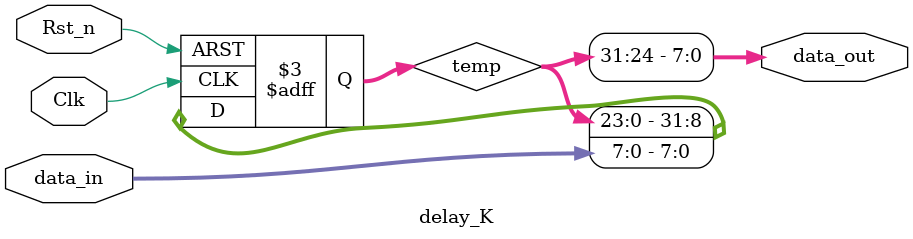
<source format=v>
`timescale 1ns / 1ps

module d_latch  #(parameter N = 8,parameter M =8 )(
    input [2*M*N-1:0] data_in,
    input Clk,
	input In_Dv,
	input Rst_n,
    output   [2*M*N-1:0] data_out);

	wire [2*M*N-1:0] data_temp;
	reg  [2*N-1:0 ]data_temp2;
    always @ (posedge Clk) begin
		if(In_Dv == 1'b1) begin
        	data_temp2[N-1:0]  <= data_in[N-1:0];
			data_temp2[2*N-1:N]  <= data_in[(M+1)*N-1 -:N];
		end
		else begin
			data_temp2[N-1:0] <= 'b0;
			data_temp2[2*N-1:N] <= 'b0;
		end
	end 
	generate
		genvar i;
		for(i=1;i<M;i=i+1) begin : delay
			delay_K #(.N(N),.K(i)) delya_1
				(
				.Clk(Clk),
				.Rst_n(Rst_n),
				.data_in(data_in[(i+1)*N-1:i*N]),
				.data_out(data_temp[(i+1)*N-1:i*N])
				);
			delay_K #(.N(N),.K(i)) delya_2
				(
				.Clk(Clk),
				.Rst_n(Rst_n),
				.data_in(data_in[(i+1+M)*N-1:(i+M)*N]),
				.data_out(data_temp[(i+1+M)*N-1:(i+M)*N])
				);
		end
	assign data_out[M*N-1:N] = data_temp[M*N-1:N];
	assign data_out[2*M*N-1:N*(M+1)] = data_temp[2*M*N-1:N*(M+1)];
	assign data_out[N-1:0] = data_temp2[N-1:0];
	assign data_out[(M+1)*N-1 -:N] = data_temp2[2*N-1:N];
	endgenerate

endmodule

module delay_K  #(parameter N = 8,parameter K =3 )(
    input [N-1:0] data_in,
    input Clk,
	input Rst_n,
    output     [N-1:0]data_out);
	reg [(K+1)*N-1:0] temp ;
		always@(posedge Clk or negedge Rst_n )begin
		if (Rst_n == 0)
			temp <= 'b0;
		else
			temp <= {temp[K*N-1:0],data_in};
			//data_out = temp[(K+1)*N-1:K*N];

	end
	assign 	data_out = temp[(K+1)*N-1:K*N];
endmodule


</source>
